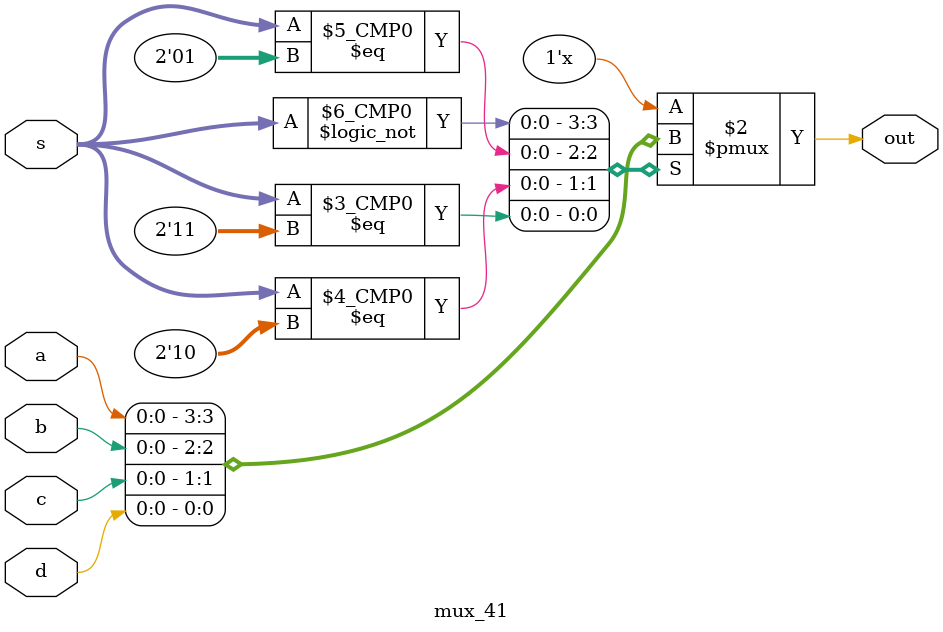
<source format=v>
module mux_41 ( a, b, c, d, s, out);

input a, b, c, d;
input [1:0]s;
output reg out;

always @ (s)
begin

case (s)
2'b00 : out <= a;
2'b01 : out <= b;
2'b10 : out <= c;
2'b11 : out <= d;
endcase

end

endmodule

</source>
